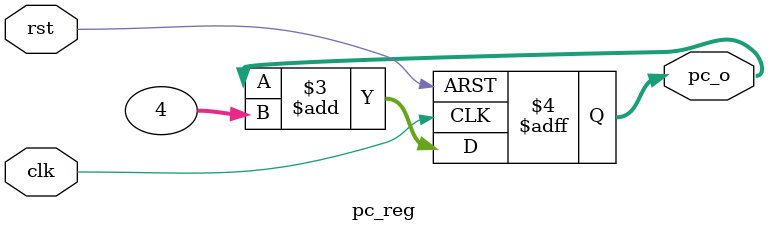
<source format=v>
`timescale 1ns / 1ps


module pc_reg(
    input wire          clk,
    input wire          rst,
    output reg [31:0]   pc_o
    );
    
    always@(posedge clk or negedge rst)
    begin
        if(!rst)
            begin
                pc_o <= 32'd0;
            end
        else
            begin
                pc_o <= pc_o + 'd4;
            end
    end
endmodule

</source>
